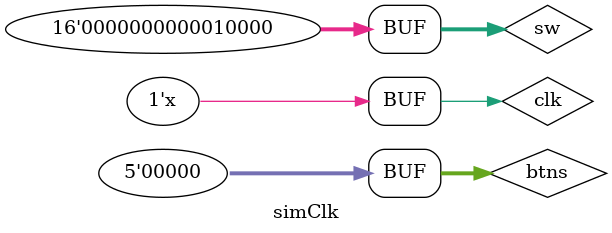
<source format=v>
`timescale 1ns / 1ps
module simClk();
    reg clk = 0;
    reg [15:0] sw = 15'b000000000010000;
    reg [4:0] btns = 0;
    wire jai;
    wire [1:0] jao;
    wire [7:0] jb;
    wire [15:0] led;
    wire [6:0] seg;
    wire [3:0] an;
    always begin
    # 5 clk = ~clk;
    end
    Top_Student ts(clk, jai, btns, sw, jao, jb, led, seg, an); 
endmodule
</source>
